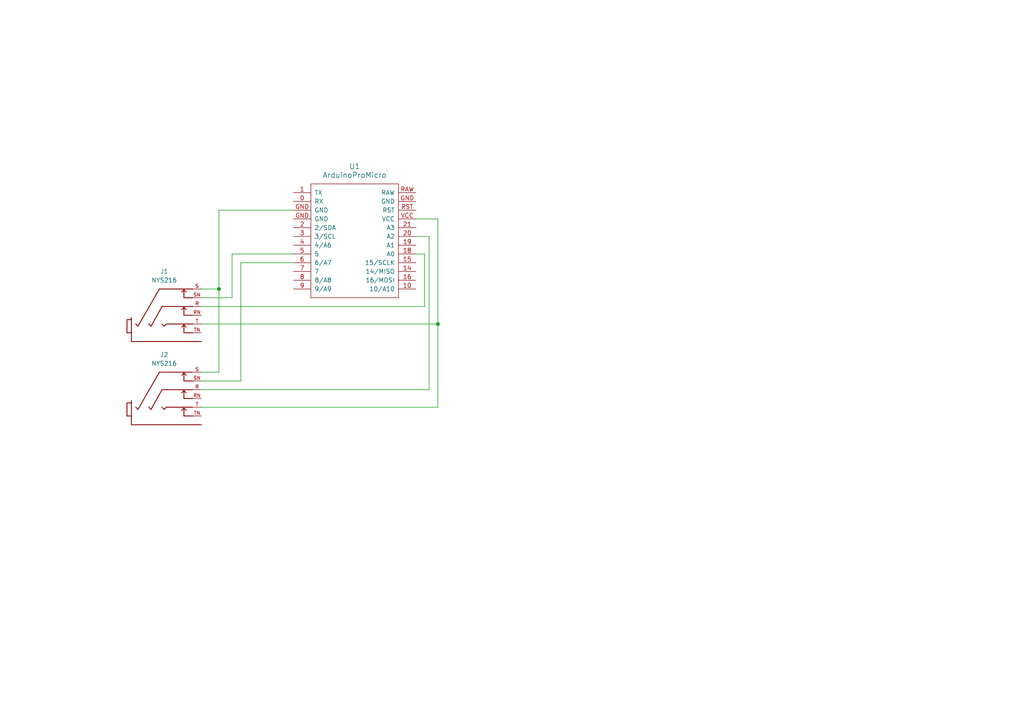
<source format=kicad_sch>
(kicad_sch (version 20230121) (generator eeschema)
  (paper "A4")
  (lib_symbols
    (symbol "Arduino_Pro_Micro:ArduinoProMicro" (pin_names (offset 1.016))
      (property "Reference" "U" (at 0 24.13 0))
      (property "Value" "ArduinoProMicro" (at 0 -13.97 0))
      (symbol "ArduinoProMicro_0_1"
        (rectangle (start -12.7 21.59) (end 12.7 -11.43))
      )
      (symbol "ArduinoProMicro_1_1"
        (pin bidirectional line (at -17.78 16.51 0) (length 5.08) (name "RX") (number "0"))
        (pin bidirectional line (at -17.78 19.05 0) (length 5.08) (name "TX") (number "1"))
        (pin bidirectional line (at 17.78 -8.89 180) (length 5.08) (name "10/A10") (number "10"))
        (pin bidirectional line (at 17.78 -3.81 180) (length 5.08) (name "14/MISO") (number "14"))
        (pin bidirectional line (at 17.78 -1.27 180) (length 5.08) (name "15/SCLK") (number "15"))
        (pin bidirectional line (at 17.78 -6.35 180) (length 5.08) (name "16/MOSI") (number "16"))
        (pin bidirectional line (at 17.78 1.27 180) (length 5.08) (name "A0") (number "18"))
        (pin bidirectional line (at 17.78 3.81 180) (length 5.08) (name "A1") (number "19"))
        (pin bidirectional line (at -17.78 8.89 0) (length 5.08) (name "2/SDA") (number "2"))
        (pin bidirectional line (at 17.78 6.35 180) (length 5.08) (name "A2") (number "20"))
        (pin bidirectional line (at 17.78 8.89 180) (length 5.08) (name "A3") (number "21"))
        (pin bidirectional line (at -17.78 6.35 0) (length 5.08) (name "3/SCL") (number "3"))
        (pin bidirectional line (at -17.78 3.81 0) (length 5.08) (name "4/A6") (number "4"))
        (pin bidirectional line (at -17.78 1.27 0) (length 5.08) (name "5") (number "5"))
        (pin bidirectional line (at -17.78 -1.27 0) (length 5.08) (name "6/A7") (number "6"))
        (pin bidirectional line (at -17.78 -3.81 0) (length 5.08) (name "7") (number "7"))
        (pin bidirectional line (at -17.78 -6.35 0) (length 5.08) (name "8/A8") (number "8"))
        (pin bidirectional line (at -17.78 -8.89 0) (length 5.08) (name "9/A9") (number "9"))
        (pin power_in line (at -17.78 11.43 0) (length 5.08) (name "GND") (number "GND"))
        (pin power_in line (at -17.78 13.97 0) (length 5.08) (name "GND") (number "GND"))
        (pin power_in line (at 17.78 16.51 180) (length 5.08) (name "GND") (number "GND"))
        (pin power_out line (at 17.78 19.05 180) (length 5.08) (name "RAW") (number "RAW"))
        (pin input line (at 17.78 13.97 180) (length 5.08) (name "RST") (number "RST"))
        (pin power_in line (at 17.78 11.43 180) (length 5.08) (name "VCC") (number "VCC"))
      )
    )
    (symbol "NYS216:NYS216" (pin_names (offset 1.016))
      (property "Reference" "J" (at -10.16 10.16 0))
      (property "Value" "NYS216" (at -10.16 -10.16 0))
      (symbol "NYS216_0_0"
        (polyline (pts (xy -11.43 -5.08) (xy -10.16 -5.08)) (stroke (width 0.254)))
        (polyline (pts (xy -11.43 -1.27) (xy -11.43 -5.08)) (stroke (width 0.254)))
        (polyline (pts (xy -10.16 -7.62) (xy -10.16 -5.08)) (stroke (width 0.254)))
        (polyline (pts (xy -10.16 -5.08) (xy -10.16 -1.27)) (stroke (width 0.254)))
        (polyline (pts (xy -10.16 -1.27) (xy -11.43 -1.27)) (stroke (width 0.254)))
        (polyline (pts (xy -10.16 -1.27) (xy -10.16 -0.635)) (stroke (width 0.254)))
        (polyline (pts (xy -8.255 -3.175) (xy -8.89 -2.54)) (stroke (width 0.254)))
        (polyline (pts (xy -4.445 -3.175) (xy -5.08 -2.54)) (stroke (width 0.254)))
        (polyline (pts (xy -2.032 7.62) (xy -8.255 -3.175)) (stroke (width 0.254)))
        (polyline (pts (xy -1.27 2.54) (xy -4.445 -3.175)) (stroke (width 0.254)))
        (polyline (pts (xy -0.635 -3.175) (xy -1.27 -2.54)) (stroke (width 0.254)))
        (polyline (pts (xy 0 -2.54) (xy -0.635 -3.175)) (stroke (width 0.254)))
        (polyline (pts (xy 5.08 -2.794) (xy 4.445 -3.429)) (stroke (width 0.254)))
        (polyline (pts (xy 5.08 -2.794) (xy 5.08 -5.08)) (stroke (width 0.254)))
        (polyline (pts (xy 5.08 -2.794) (xy 5.715 -3.429)) (stroke (width 0.254)))
        (polyline (pts (xy 5.08 2.286) (xy 4.445 1.651)) (stroke (width 0.254)))
        (polyline (pts (xy 5.08 2.286) (xy 5.08 0)) (stroke (width 0.254)))
        (polyline (pts (xy 5.08 2.286) (xy 5.715 1.651)) (stroke (width 0.254)))
        (polyline (pts (xy 5.08 7.366) (xy 4.445 6.731)) (stroke (width 0.254)))
        (polyline (pts (xy 5.08 7.366) (xy 5.08 5.08)) (stroke (width 0.254)))
        (polyline (pts (xy 5.08 7.366) (xy 5.715 6.731)) (stroke (width 0.254)))
        (polyline (pts (xy 7.62 -5.08) (xy 5.08 -5.08)) (stroke (width 0.254)))
        (polyline (pts (xy 7.62 -2.54) (xy 0 -2.54)) (stroke (width 0.254)))
        (polyline (pts (xy 7.62 0) (xy 5.08 0)) (stroke (width 0.254)))
        (polyline (pts (xy 7.62 2.54) (xy -1.27 2.54)) (stroke (width 0.254)))
        (polyline (pts (xy 7.62 5.08) (xy 5.08 5.08)) (stroke (width 0.254)))
        (polyline (pts (xy 7.62 7.62) (xy -2.032 7.62)) (stroke (width 0.254)))
        (polyline (pts (xy 10.16 -7.62) (xy -10.16 -7.62)) (stroke (width 0.254)))
        (pin passive line (at 10.16 2.54 180) (length 2.54) (name "~") (number "R"))
        (pin passive line (at 10.16 0 180) (length 2.54) (name "~") (number "RN"))
        (pin passive line (at 10.16 7.62 180) (length 2.54) (name "~") (number "S"))
        (pin passive line (at 10.16 5.08 180) (length 2.54) (name "~") (number "SN"))
        (pin passive line (at 10.16 -2.54 180) (length 2.54) (name "~") (number "T"))
        (pin passive line (at 10.16 -5.08 180) (length 2.54) (name "~") (number "TN"))
      )
    )
  )
  (junction (at 127 93.98))
  (junction (at 63.5 83.82))
  (wire (pts (xy 123.19 88.9) (xy 58.42 88.9)))
  (wire (pts (xy 69.85 76.2) (xy 69.85 110.49)))
  (wire (pts (xy 67.31 73.66) (xy 67.31 86.36)))
  (wire (pts (xy 63.5 60.96) (xy 85.09 60.96)))
  (wire (pts (xy 123.19 73.66) (xy 120.65 73.66)))
  (wire (pts (xy 127 118.11) (xy 58.42 118.11)))
  (wire (pts (xy 127 93.98) (xy 127 118.11)))
  (wire (pts (xy 123.19 73.66) (xy 123.19 88.9)))
  (wire (pts (xy 124.46 113.03) (xy 58.42 113.03)))
  (wire (pts (xy 69.85 110.49) (xy 58.42 110.49)))
  (wire (pts (xy 127 63.5) (xy 127 93.98)))
  (wire (pts (xy 58.42 93.98) (xy 127 93.98)))
  (wire (pts (xy 69.85 76.2) (xy 85.09 76.2)))
  (wire (pts (xy 67.31 73.66) (xy 85.09 73.66)))
  (wire (pts (xy 63.5 107.95) (xy 58.42 107.95)))
  (wire (pts (xy 124.46 68.58) (xy 124.46 113.03)))
  (wire (pts (xy 63.5 60.96) (xy 63.5 83.82)))
  (wire (pts (xy 63.5 83.82) (xy 58.42 83.82)))
  (wire (pts (xy 124.46 68.58) (xy 120.65 68.58)))
  (wire (pts (xy 120.65 63.5) (xy 127 63.5)))
  (wire (pts (xy 63.5 83.82) (xy 63.5 107.95)))
  (wire (pts (xy 67.31 86.36) (xy 58.42 86.36)))
  (symbol (lib_id "NYS216:NYS216") (at 48.26 115.57 0) (unit 1)
    (property "Reference" "J2" (at 47.625 102.87 0))
    (property "Value" "NYS216" (at 47.625 105.41 0))
    (property "Footprint" "NYS216:REAN_NYS216" (effects hide))
    (property "MF" "REAN" (effects hide))
    (property "MAXIMUM_PACKAGE_HEIGHT" "16.6mm" (effects hide))
    (property "Package" "None" (effects hide))
    (property "Price" "None" (effects hide))
    (property "Check_prices" "https://www.snapeda.com/parts/NYS216/REAN/view-part/?ref=eda" (effects hide))
    (property "STANDARD" "Manufacturer Recommendations" (effects hide))
    (property "PARTREV" "2015.05.27" (effects hide))
    (property "SnapEDA_Link" "https://www.snapeda.com/parts/NYS216/REAN/view-part/?ref=snap" (effects hide))
    (property "MP" "NYS216" (effects hide))
    (property "Description" "\nPhone Connectors 1/4 STEREO SWITCHED REAN\n" (effects hide))
    (property "Availability" "In Stock" (effects hide))
    (property "MANUFACTURER" "Rean" (effects hide))
  )
  (symbol (lib_id "Arduino_Pro_Micro:ArduinoProMicro") (at 102.87 74.93 0) (unit 1)
    (property "Reference" "U1" (at 102.87 48.26 0) (effects (font (size 1.524 1.524))))
    (property "Value" "ArduinoProMicro" (at 102.87 50.8 0) (effects (font (size 1.524 1.524))))
  )
  (symbol (lib_id "NYS216:NYS216") (at 48.26 91.44 0) (unit 1)
    (property "Reference" "J1" (at 47.625 78.74 0))
    (property "Value" "NYS216" (at 47.625 81.28 0))
    (property "Footprint" "NYS216:REAN_NYS216" (effects hide))
    (property "MF" "REAN" (effects hide))
    (property "MAXIMUM_PACKAGE_HEIGHT" "16.6mm" (effects hide))
    (property "Package" "None" (effects hide))
    (property "Price" "None" (effects hide))
    (property "Check_prices" "https://www.snapeda.com/parts/NYS216/REAN/view-part/?ref=eda" (effects hide))
    (property "STANDARD" "Manufacturer Recommendations" (effects hide))
    (property "PARTREV" "2015.05.27" (effects hide))
    (property "SnapEDA_Link" "https://www.snapeda.com/parts/NYS216/REAN/view-part/?ref=snap" (effects hide))
    (property "MP" "NYS216" (effects hide))
    (property "Description" "\nPhone Connectors 1/4 STEREO SWITCHED REAN\n" (effects hide))
    (property "Availability" "In Stock" (effects hide))
    (property "MANUFACTURER" "Rean" (effects hide))
  )
)
</source>
